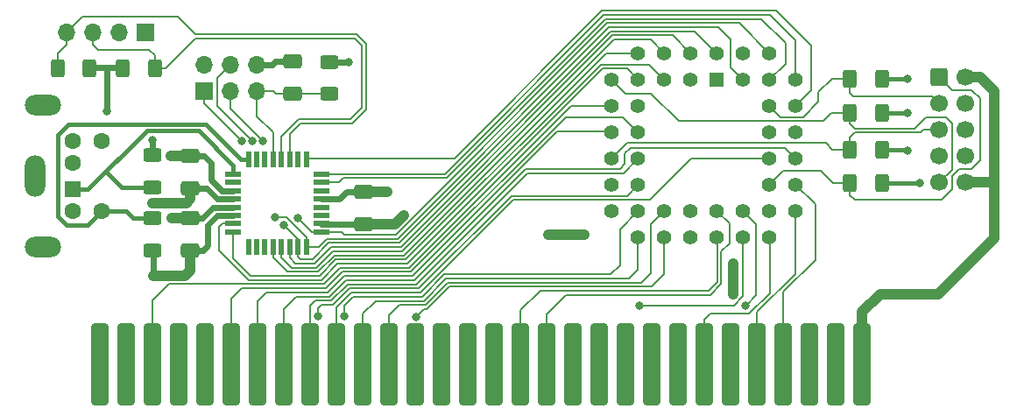
<source format=gtl>
G04 #@! TF.GenerationSoftware,KiCad,Pcbnew,7.0.10-148-g62bb553460*
G04 #@! TF.CreationDate,2024-02-04T12:13:55+03:00*
G04 #@! TF.ProjectId,ZX_BUS_Mouse,5a585f42-5553-45f4-9d6f-7573652e6b69,rev?*
G04 #@! TF.SameCoordinates,Original*
G04 #@! TF.FileFunction,Copper,L1,Top*
G04 #@! TF.FilePolarity,Positive*
%FSLAX46Y46*%
G04 Gerber Fmt 4.6, Leading zero omitted, Abs format (unit mm)*
G04 Created by KiCad (PCBNEW 7.0.10-148-g62bb553460) date 2024-02-04 12:13:55*
%MOMM*%
%LPD*%
G01*
G04 APERTURE LIST*
G04 Aperture macros list*
%AMRoundRect*
0 Rectangle with rounded corners*
0 $1 Rounding radius*
0 $2 $3 $4 $5 $6 $7 $8 $9 X,Y pos of 4 corners*
0 Add a 4 corners polygon primitive as box body*
4,1,4,$2,$3,$4,$5,$6,$7,$8,$9,$2,$3,0*
0 Add four circle primitives for the rounded corners*
1,1,$1+$1,$2,$3*
1,1,$1+$1,$4,$5*
1,1,$1+$1,$6,$7*
1,1,$1+$1,$8,$9*
0 Add four rect primitives between the rounded corners*
20,1,$1+$1,$2,$3,$4,$5,0*
20,1,$1+$1,$4,$5,$6,$7,0*
20,1,$1+$1,$6,$7,$8,$9,0*
20,1,$1+$1,$8,$9,$2,$3,0*%
G04 Aperture macros list end*
G04 #@! TA.AperFunction,SMDPad,CuDef*
%ADD10RoundRect,0.250000X0.650000X-0.412500X0.650000X0.412500X-0.650000X0.412500X-0.650000X-0.412500X0*%
G04 #@! TD*
G04 #@! TA.AperFunction,SMDPad,CuDef*
%ADD11RoundRect,0.250000X-0.400000X-0.625000X0.400000X-0.625000X0.400000X0.625000X-0.400000X0.625000X0*%
G04 #@! TD*
G04 #@! TA.AperFunction,SMDPad,CuDef*
%ADD12RoundRect,0.250000X-0.625000X0.400000X-0.625000X-0.400000X0.625000X-0.400000X0.625000X0.400000X0*%
G04 #@! TD*
G04 #@! TA.AperFunction,SMDPad,CuDef*
%ADD13RoundRect,0.425000X0.425000X-3.575000X0.425000X3.575000X-0.425000X3.575000X-0.425000X-3.575000X0*%
G04 #@! TD*
G04 #@! TA.AperFunction,SMDPad,CuDef*
%ADD14RoundRect,0.250000X0.400000X0.625000X-0.400000X0.625000X-0.400000X-0.625000X0.400000X-0.625000X0*%
G04 #@! TD*
G04 #@! TA.AperFunction,ComponentPad*
%ADD15R,1.600000X1.600000*%
G04 #@! TD*
G04 #@! TA.AperFunction,ComponentPad*
%ADD16C,1.600000*%
G04 #@! TD*
G04 #@! TA.AperFunction,ComponentPad*
%ADD17O,3.500000X2.000000*%
G04 #@! TD*
G04 #@! TA.AperFunction,ComponentPad*
%ADD18O,2.000000X4.000000*%
G04 #@! TD*
G04 #@! TA.AperFunction,ComponentPad*
%ADD19R,1.700000X1.700000*%
G04 #@! TD*
G04 #@! TA.AperFunction,ComponentPad*
%ADD20O,1.700000X1.700000*%
G04 #@! TD*
G04 #@! TA.AperFunction,SMDPad,CuDef*
%ADD21RoundRect,0.250000X-0.650000X0.412500X-0.650000X-0.412500X0.650000X-0.412500X0.650000X0.412500X0*%
G04 #@! TD*
G04 #@! TA.AperFunction,ComponentPad*
%ADD22R,1.422400X1.422400*%
G04 #@! TD*
G04 #@! TA.AperFunction,ComponentPad*
%ADD23C,1.422400*%
G04 #@! TD*
G04 #@! TA.AperFunction,SMDPad,CuDef*
%ADD24R,1.600000X0.550000*%
G04 #@! TD*
G04 #@! TA.AperFunction,SMDPad,CuDef*
%ADD25R,0.550000X1.600000*%
G04 #@! TD*
G04 #@! TA.AperFunction,SMDPad,CuDef*
%ADD26RoundRect,0.250000X0.625000X-0.400000X0.625000X0.400000X-0.625000X0.400000X-0.625000X-0.400000X0*%
G04 #@! TD*
G04 #@! TA.AperFunction,ComponentPad*
%ADD27RoundRect,0.250000X-0.600000X-0.600000X0.600000X-0.600000X0.600000X0.600000X-0.600000X0.600000X0*%
G04 #@! TD*
G04 #@! TA.AperFunction,ComponentPad*
%ADD28C,1.700000*%
G04 #@! TD*
G04 #@! TA.AperFunction,ViaPad*
%ADD29C,0.800000*%
G04 #@! TD*
G04 #@! TA.AperFunction,Conductor*
%ADD30C,1.000000*%
G04 #@! TD*
G04 #@! TA.AperFunction,Conductor*
%ADD31C,0.600000*%
G04 #@! TD*
G04 #@! TA.AperFunction,Conductor*
%ADD32C,0.400000*%
G04 #@! TD*
G04 #@! TA.AperFunction,Conductor*
%ADD33C,0.200000*%
G04 #@! TD*
G04 #@! TA.AperFunction,Conductor*
%ADD34C,0.250000*%
G04 #@! TD*
G04 APERTURE END LIST*
D10*
X62700000Y-133962500D03*
X62700000Y-130837500D03*
X62700000Y-127950000D03*
X62700000Y-124825000D03*
D11*
X126450000Y-120700000D03*
X129550000Y-120700000D03*
D12*
X59000000Y-130900000D03*
X59000000Y-134000000D03*
D13*
X53975000Y-145034000D03*
X56515000Y-145034000D03*
X59055000Y-145034000D03*
X61595000Y-145034000D03*
X64135000Y-145034000D03*
X66675000Y-145034000D03*
X69215000Y-145034000D03*
X71755000Y-145034000D03*
X74295000Y-145034000D03*
X76835000Y-145034000D03*
X79375000Y-145034000D03*
X81915000Y-145034000D03*
X84455000Y-145034000D03*
X86995000Y-145034000D03*
X89535000Y-145034000D03*
X92075000Y-145034000D03*
X94615000Y-145034000D03*
X97155000Y-145034000D03*
X99695000Y-145034000D03*
X102235000Y-145034000D03*
X104775000Y-145034000D03*
X107315000Y-145034000D03*
X109855000Y-145034000D03*
X112395000Y-145034000D03*
X114935000Y-145034000D03*
X117475000Y-145034000D03*
X120015000Y-145034000D03*
X122555000Y-145034000D03*
X125095000Y-145034000D03*
X127635000Y-145034000D03*
D10*
X79400000Y-131425000D03*
X79400000Y-128300000D03*
D14*
X52950000Y-116400000D03*
X49850000Y-116400000D03*
D15*
X51300000Y-128100000D03*
D16*
X51300000Y-125500000D03*
X51300000Y-130200000D03*
X51300000Y-123400000D03*
X54100000Y-130200000D03*
X54100000Y-123400000D03*
D17*
X48450000Y-119950000D03*
D18*
X47650000Y-126800000D03*
D17*
X48450000Y-133650000D03*
D19*
X58340000Y-112900000D03*
D20*
X55800000Y-112900000D03*
X53260000Y-112900000D03*
X50720000Y-112900000D03*
D11*
X126450000Y-124218750D03*
X129550000Y-124218750D03*
X56150000Y-116400000D03*
X59250000Y-116400000D03*
D21*
X72600000Y-115737500D03*
X72600000Y-118862500D03*
D22*
X113570000Y-117468750D03*
D23*
X111030000Y-114928750D03*
X111030000Y-117468750D03*
X108490000Y-114928750D03*
X108490000Y-117468750D03*
X105950000Y-114928750D03*
X103410000Y-117468750D03*
X105950000Y-117468750D03*
X103410000Y-120008750D03*
X105950000Y-120008750D03*
X103410000Y-122548750D03*
X105950000Y-122548750D03*
X103410000Y-125088750D03*
X105950000Y-125088750D03*
X103410000Y-127628750D03*
X105950000Y-127628750D03*
X103410000Y-130168750D03*
X105950000Y-132708750D03*
X105950000Y-130168750D03*
X108490000Y-132708750D03*
X108490000Y-130168750D03*
X111030000Y-132708750D03*
X111030000Y-130168750D03*
X113570000Y-132708750D03*
X113570000Y-130168750D03*
X116110000Y-132708750D03*
X116110000Y-130168750D03*
X118650000Y-132708750D03*
X121190000Y-130168750D03*
X118650000Y-130168750D03*
X121190000Y-127628750D03*
X118650000Y-127628750D03*
X121190000Y-125088750D03*
X118650000Y-125088750D03*
X121190000Y-122548750D03*
X118650000Y-122548750D03*
X121190000Y-120008750D03*
X118650000Y-120008750D03*
X121190000Y-117468750D03*
X118650000Y-114928750D03*
X118650000Y-117468750D03*
X116110000Y-114928750D03*
X116110000Y-117468750D03*
X113570000Y-114928750D03*
D19*
X64025000Y-118575000D03*
D20*
X64025000Y-116035000D03*
X66565000Y-118575000D03*
X66565000Y-116035000D03*
X69105000Y-118575000D03*
X69105000Y-116035000D03*
D24*
X66850000Y-126600000D03*
X66850000Y-127400000D03*
X66850000Y-128200000D03*
X66850000Y-129000000D03*
X66850000Y-129800000D03*
X66850000Y-130600000D03*
X66850000Y-131400000D03*
X66850000Y-132200000D03*
D25*
X68300000Y-133650000D03*
X69100000Y-133650000D03*
X69900000Y-133650000D03*
X70700000Y-133650000D03*
X71500000Y-133650000D03*
X72300000Y-133650000D03*
X73100000Y-133650000D03*
X73900000Y-133650000D03*
D24*
X75350000Y-132200000D03*
X75350000Y-131400000D03*
X75350000Y-130600000D03*
X75350000Y-129800000D03*
X75350000Y-129000000D03*
X75350000Y-128200000D03*
X75350000Y-127400000D03*
X75350000Y-126600000D03*
D25*
X73900000Y-125150000D03*
X73100000Y-125150000D03*
X72300000Y-125150000D03*
X71500000Y-125150000D03*
X70700000Y-125150000D03*
X69900000Y-125150000D03*
X69100000Y-125150000D03*
X68300000Y-125150000D03*
D11*
X126450000Y-127500000D03*
X129550000Y-127500000D03*
D12*
X76100000Y-115750000D03*
X76100000Y-118850000D03*
D11*
X126450000Y-117400000D03*
X129550000Y-117400000D03*
D26*
X59000000Y-127900000D03*
X59000000Y-124800000D03*
D27*
X135060000Y-117258750D03*
D28*
X137600000Y-117258750D03*
X135060000Y-119798750D03*
X137600000Y-119798750D03*
X135060000Y-122338750D03*
X137600000Y-122338750D03*
X135060000Y-124878750D03*
X137600000Y-124878750D03*
X135060000Y-127418750D03*
X137600000Y-127418750D03*
D29*
X81700000Y-128300000D03*
X115200000Y-135300000D03*
X133200000Y-127500000D03*
X60850000Y-130850000D03*
X100800000Y-132500000D03*
X60825000Y-124825000D03*
X97300000Y-132500000D03*
X115200000Y-138200000D03*
X74995000Y-140318750D03*
X77535000Y-140318750D03*
X84500000Y-140400000D03*
X106100000Y-139300000D03*
X116360660Y-139300000D03*
X54600000Y-120500000D03*
X59055000Y-129400000D03*
X59105000Y-136450000D03*
X77950000Y-115750000D03*
X83282844Y-130582844D03*
X59055000Y-123300000D03*
X132000000Y-124300000D03*
X132000000Y-120700000D03*
X132000000Y-117400000D03*
X67701125Y-123447541D03*
X70905025Y-130794975D03*
X73100000Y-130900000D03*
X69700000Y-123400000D03*
X71700000Y-131500000D03*
X68699997Y-123400000D03*
D30*
X60850000Y-130850000D02*
X62700000Y-130850000D01*
X129350000Y-138200000D02*
X135000000Y-138200000D01*
X139058750Y-117258750D02*
X137600000Y-117258750D01*
D31*
X79400000Y-128300000D02*
X77800000Y-128300000D01*
X70900000Y-115737500D02*
X72600000Y-115737500D01*
D32*
X129550000Y-127500000D02*
X133200000Y-127500000D01*
D30*
X127635000Y-145034000D02*
X127635000Y-139915000D01*
X140400000Y-132800000D02*
X140400000Y-118600000D01*
D31*
X69105000Y-116035000D02*
X70602500Y-116035000D01*
D30*
X137600000Y-127418750D02*
X140281250Y-127418750D01*
X100800000Y-132500000D02*
X97300000Y-132500000D01*
D31*
X64900000Y-129800000D02*
X66850000Y-129800000D01*
X66850000Y-128200000D02*
X65725000Y-128200000D01*
D30*
X127635000Y-139915000D02*
X129350000Y-138200000D01*
D31*
X65725000Y-128200000D02*
X64700000Y-127175000D01*
X62700000Y-130850000D02*
X63850000Y-130850000D01*
X64700000Y-127175000D02*
X64700000Y-125500000D01*
X63850000Y-130850000D02*
X64900000Y-129800000D01*
D30*
X115200000Y-135300000D02*
X115200000Y-138200000D01*
D31*
X70602500Y-116035000D02*
X70900000Y-115737500D01*
D30*
X60825000Y-124825000D02*
X62700000Y-124825000D01*
D31*
X77800000Y-128300000D02*
X77100000Y-129000000D01*
X64025000Y-124825000D02*
X62700000Y-124825000D01*
D30*
X79400000Y-128300000D02*
X81700000Y-128300000D01*
X140400000Y-118600000D02*
X139058750Y-117258750D01*
D31*
X64700000Y-125500000D02*
X64025000Y-124825000D01*
X77100000Y-129000000D02*
X75350000Y-129000000D01*
D30*
X135000000Y-138200000D02*
X140400000Y-132800000D01*
D33*
X70675000Y-118575000D02*
X70962500Y-118862500D01*
X69105000Y-118575000D02*
X70675000Y-118575000D01*
X70962500Y-118862500D02*
X72600000Y-118862500D01*
X72600000Y-118862500D02*
X75487500Y-118862500D01*
X70700000Y-122600000D02*
X69105000Y-121005000D01*
X69105000Y-121005000D02*
X69105000Y-118575000D01*
X70700000Y-125150000D02*
X70700000Y-122600000D01*
X93700000Y-128700000D02*
X104878750Y-128700000D01*
X76447055Y-139250002D02*
X78034557Y-137662500D01*
X78034557Y-137662500D02*
X84737500Y-137662500D01*
X75349998Y-139250002D02*
X76447055Y-139250002D01*
X104878750Y-128700000D02*
X105950000Y-127628750D01*
X74995000Y-140318750D02*
X74995000Y-139605000D01*
X84737500Y-137662500D02*
X93700000Y-128700000D01*
X74995000Y-139605000D02*
X75349998Y-139250002D01*
X87231372Y-136300000D02*
X103300000Y-136300000D01*
X77535000Y-139365000D02*
X78437500Y-138462500D01*
X104200000Y-131918750D02*
X105950000Y-130168750D01*
X78437500Y-138462500D02*
X85068872Y-138462500D01*
X77535000Y-140318750D02*
X77535000Y-139365000D01*
X104200000Y-135400000D02*
X104200000Y-131918750D01*
X85068872Y-138462500D02*
X87231372Y-136300000D01*
X103300000Y-136300000D02*
X104200000Y-135400000D01*
X108490000Y-136310000D02*
X108490000Y-132708750D01*
X107300000Y-137500000D02*
X108490000Y-136310000D01*
X84500000Y-140400000D02*
X85237500Y-139662500D01*
X85237500Y-139662500D02*
X85565930Y-139662500D01*
X85565930Y-139662500D02*
X87728430Y-137500000D01*
X87728430Y-137500000D02*
X107300000Y-137500000D01*
X116100000Y-138431371D02*
X116100000Y-132718750D01*
X106100000Y-139300000D02*
X115231371Y-139300000D01*
X115231371Y-139300000D02*
X116100000Y-138431371D01*
X116400000Y-139300000D02*
X117400000Y-138300000D01*
X116360660Y-139300000D02*
X116400000Y-139300000D01*
X117400000Y-138300000D02*
X117400000Y-131458750D01*
X117400000Y-131458750D02*
X116110000Y-130168750D01*
X77171814Y-135662500D02*
X83860046Y-135662500D01*
X59055000Y-145034000D02*
X59055000Y-138845000D01*
X75584314Y-137250000D02*
X77171814Y-135662500D01*
X83860046Y-135662500D02*
X99513796Y-120008750D01*
X59055000Y-138845000D02*
X60650000Y-137250000D01*
X60650000Y-137250000D02*
X75584314Y-137250000D01*
X99513796Y-120008750D02*
X103410000Y-120008750D01*
X75784312Y-137650002D02*
X77371814Y-136062500D01*
X66675000Y-138625000D02*
X67649998Y-137650002D01*
X104501250Y-121100000D02*
X105950000Y-122548750D01*
X67649998Y-137650002D02*
X75784312Y-137650002D01*
X77371814Y-136062500D02*
X84025732Y-136062500D01*
X66675000Y-145034000D02*
X66675000Y-138625000D01*
X98988232Y-121100000D02*
X104501250Y-121100000D01*
X84025732Y-136062500D02*
X98988232Y-121100000D01*
X75949998Y-138050002D02*
X77537500Y-136462500D01*
X69215000Y-145034000D02*
X69215000Y-138885000D01*
X84191418Y-136462500D02*
X98153918Y-122500000D01*
X70049998Y-138050002D02*
X75949998Y-138050002D01*
X77537500Y-136462500D02*
X84191418Y-136462500D01*
X69215000Y-138885000D02*
X70049998Y-138050002D01*
X98153918Y-122500000D02*
X103361250Y-122500000D01*
X104700000Y-125600000D02*
X104700000Y-124600000D01*
X104700000Y-124600000D02*
X105222450Y-124077550D01*
X71755000Y-139645000D02*
X72949998Y-138450002D01*
X84357104Y-136862500D02*
X95119604Y-126100000D01*
X76115684Y-138450002D02*
X77703186Y-136862500D01*
X105222450Y-124077550D02*
X120178800Y-124077550D01*
X120178800Y-124077550D02*
X121190000Y-125088750D01*
X77703186Y-136862500D02*
X84357104Y-136862500D01*
X104200000Y-126100000D02*
X104700000Y-125600000D01*
X71755000Y-145034000D02*
X71755000Y-139645000D01*
X72949998Y-138450002D02*
X76115684Y-138450002D01*
X95119604Y-126100000D02*
X104200000Y-126100000D01*
X84537500Y-137262500D02*
X95300000Y-126500000D01*
X95300000Y-126500000D02*
X104538750Y-126500000D01*
X74295000Y-145034000D02*
X74295000Y-139305000D01*
X77868872Y-137262500D02*
X84537500Y-137262500D01*
X76281370Y-138850002D02*
X77868872Y-137262500D01*
X74749998Y-138850002D02*
X76281370Y-138850002D01*
X74295000Y-139305000D02*
X74749998Y-138850002D01*
X104538750Y-126500000D02*
X105950000Y-125088750D01*
X93865686Y-129100000D02*
X107100000Y-129100000D01*
X84903186Y-138062500D02*
X93865686Y-129100000D01*
X76835000Y-145034000D02*
X76835000Y-139499314D01*
X111100000Y-125100000D02*
X118638750Y-125100000D01*
X107100000Y-129100000D02*
X111100000Y-125100000D01*
X76835000Y-139499314D02*
X78271814Y-138062500D01*
X78271814Y-138062500D02*
X84903186Y-138062500D01*
X87397058Y-136700000D02*
X105100000Y-136700000D01*
X79375000Y-145034000D02*
X79375000Y-140125000D01*
X79375000Y-140125000D02*
X80637500Y-138862500D01*
X80637500Y-138862500D02*
X85234558Y-138862500D01*
X105100000Y-136700000D02*
X105950000Y-135850000D01*
X85234558Y-138862500D02*
X87397058Y-136700000D01*
X105950000Y-135850000D02*
X105950000Y-132708750D01*
X82937500Y-139262500D02*
X85400244Y-139262500D01*
X81915000Y-145034000D02*
X81915000Y-140285000D01*
X106300000Y-137100000D02*
X107200000Y-136200000D01*
X85400244Y-139262500D02*
X87562744Y-137100000D01*
X81915000Y-140285000D02*
X82937500Y-139262500D01*
X87562744Y-137100000D02*
X106300000Y-137100000D01*
X107200000Y-136200000D02*
X107200000Y-131458750D01*
X107200000Y-131458750D02*
X108490000Y-130168750D01*
X113600000Y-137065685D02*
X113600000Y-132738750D01*
X96500000Y-137900000D02*
X112765685Y-137900000D01*
X94615000Y-145034000D02*
X94615000Y-139785000D01*
X94615000Y-139785000D02*
X96500000Y-137900000D01*
X112765685Y-137900000D02*
X113600000Y-137065685D01*
X99000000Y-138300000D02*
X112931371Y-138300000D01*
X112931371Y-138300000D02*
X114000000Y-137231370D01*
X114800000Y-133300000D02*
X114800000Y-131398750D01*
X114000000Y-134100000D02*
X114800000Y-133300000D01*
X114000000Y-137231370D02*
X114000000Y-134100000D01*
X97155000Y-145034000D02*
X97155000Y-140145000D01*
X114800000Y-131398750D02*
X113570000Y-130168750D01*
X97155000Y-140145000D02*
X99000000Y-138300000D01*
X116700000Y-140100000D02*
X118700000Y-138100000D01*
X113000000Y-140100000D02*
X116700000Y-140100000D01*
X112395000Y-145034000D02*
X112395000Y-140705000D01*
X112395000Y-140705000D02*
X113000000Y-140100000D01*
X118700000Y-138100000D02*
X118700000Y-132758750D01*
X117475000Y-139959314D02*
X121190000Y-136244314D01*
X121190000Y-136244314D02*
X121190000Y-130168750D01*
X117475000Y-145034000D02*
X117475000Y-139959314D01*
X120015000Y-137985000D02*
X123100000Y-134900000D01*
X120015000Y-145034000D02*
X120015000Y-137985000D01*
X123100000Y-129538750D02*
X121190000Y-127628750D01*
X123100000Y-134900000D02*
X123100000Y-129538750D01*
D31*
X59100000Y-136445000D02*
X59100000Y-134100000D01*
X56050000Y-116300000D02*
X56150000Y-116400000D01*
X59105000Y-136450000D02*
X59100000Y-136445000D01*
X62700000Y-133975000D02*
X63925000Y-133975000D01*
X77950000Y-115750000D02*
X76100000Y-115750000D01*
X65300000Y-129000000D02*
X66850000Y-129000000D01*
D30*
X59105000Y-136450000D02*
X62150000Y-136450000D01*
D31*
X64400000Y-133500000D02*
X64400000Y-131500000D01*
X64400000Y-131500000D02*
X65300000Y-130600000D01*
X54600000Y-116300000D02*
X54600000Y-120500000D01*
X53050000Y-116300000D02*
X54600000Y-116300000D01*
X79400000Y-131425000D02*
X75375000Y-131425000D01*
D30*
X82440688Y-131425000D02*
X83282844Y-130582844D01*
D31*
X63925000Y-133975000D02*
X64400000Y-133500000D01*
D30*
X59055000Y-129400000D02*
X62300000Y-129400000D01*
D31*
X62700000Y-127950000D02*
X64250000Y-127950000D01*
D32*
X75375000Y-131425000D02*
X75350000Y-131400000D01*
D31*
X65300000Y-130600000D02*
X66850000Y-130600000D01*
X54600000Y-116300000D02*
X56050000Y-116300000D01*
D30*
X62700000Y-129000000D02*
X62700000Y-127950000D01*
X62300000Y-129400000D02*
X62700000Y-129000000D01*
X62150000Y-136450000D02*
X62700000Y-135900000D01*
D31*
X59100000Y-134100000D02*
X59000000Y-134000000D01*
D30*
X79400000Y-131425000D02*
X82440688Y-131425000D01*
D31*
X59055000Y-123300000D02*
X59055000Y-124745000D01*
D30*
X62700000Y-135900000D02*
X62700000Y-133975000D01*
D31*
X64250000Y-127950000D02*
X65300000Y-129000000D01*
X52950000Y-116400000D02*
X53050000Y-116300000D01*
D32*
X132000000Y-117400000D02*
X129550000Y-117400000D01*
X131918750Y-124218750D02*
X129550000Y-124218750D01*
X129550000Y-120718750D02*
X131981250Y-120718750D01*
X132000000Y-124300000D02*
X131918750Y-124218750D01*
X131981250Y-120718750D02*
X132000000Y-120700000D01*
X52800000Y-128100000D02*
X58500000Y-122400000D01*
X58500000Y-122400000D02*
X63500000Y-122400000D01*
X56100000Y-127900000D02*
X54550000Y-126350000D01*
X59000000Y-127900000D02*
X56100000Y-127900000D01*
X63500000Y-122400000D02*
X66850000Y-125750000D01*
X66850000Y-125750000D02*
X66850000Y-126600000D01*
X52800000Y-128100000D02*
X51300000Y-128100000D01*
X54100000Y-130200000D02*
X56500000Y-130200000D01*
X64200000Y-121800000D02*
X50900000Y-121800000D01*
X67550000Y-125150000D02*
X64200000Y-121800000D01*
X57200000Y-130900000D02*
X59000000Y-130900000D01*
X68300000Y-125150000D02*
X67550000Y-125150000D01*
X49900000Y-122800000D02*
X49900000Y-130700000D01*
X50700000Y-131500000D02*
X52800000Y-131500000D01*
X52800000Y-131500000D02*
X54100000Y-130200000D01*
X56500000Y-130200000D02*
X57200000Y-130900000D01*
X50900000Y-121800000D02*
X49900000Y-122800000D01*
X49900000Y-130700000D02*
X50700000Y-131500000D01*
D33*
X114900000Y-116258750D02*
X116110000Y-117468750D01*
X67701125Y-123447541D02*
X67678913Y-123447541D01*
X103162746Y-112400000D02*
X113700000Y-112400000D01*
X70905025Y-130794975D02*
X70910050Y-130800000D01*
X113700000Y-112400000D02*
X114900000Y-113600000D01*
X71989950Y-130800000D02*
X73900000Y-132710050D01*
X64025000Y-119793628D02*
X64025000Y-118575000D01*
X75896814Y-132862500D02*
X82700244Y-132862500D01*
X82700244Y-132862500D02*
X103162746Y-112400000D01*
X114900000Y-113600000D02*
X114900000Y-116258750D01*
D34*
X73900000Y-133650000D02*
X73975000Y-133650000D01*
D33*
X67678913Y-123447541D02*
X64025000Y-119793628D01*
X75109314Y-133650000D02*
X75896814Y-132862500D01*
X70910050Y-130800000D02*
X71989950Y-130800000D01*
X73900000Y-132710050D02*
X73900000Y-133650000D01*
X73975000Y-133650000D02*
X75109314Y-133650000D01*
X73100000Y-130900000D02*
X74400000Y-132200000D01*
X115721250Y-112000000D02*
X118650000Y-114928750D01*
X75350000Y-132200000D02*
X77300000Y-132200000D01*
X82534558Y-132462500D02*
X102997061Y-112000000D01*
X66565000Y-120265000D02*
X66565000Y-118575000D01*
X102997061Y-112000000D02*
X115721250Y-112000000D01*
X77562500Y-132462500D02*
X82534558Y-132462500D01*
X74400000Y-132200000D02*
X75350000Y-132200000D01*
X69700000Y-123400000D02*
X66565000Y-120265000D01*
X77300000Y-132200000D02*
X77562500Y-132462500D01*
D34*
X75350000Y-132200000D02*
X75450000Y-132300000D01*
D33*
X73100000Y-132900000D02*
X73100000Y-133650000D01*
X65300000Y-120000003D02*
X68699997Y-123400000D01*
X103328431Y-112800000D02*
X111441250Y-112800000D01*
X73100000Y-133650000D02*
X73100000Y-134625000D01*
X71700000Y-131500000D02*
X73100000Y-132900000D01*
X111441250Y-112800000D02*
X113570000Y-114928750D01*
X82865930Y-133262500D02*
X103328431Y-112800000D01*
X76062500Y-133262500D02*
X82865930Y-133262500D01*
X74500000Y-134825000D02*
X76062500Y-133262500D01*
X73100000Y-134625000D02*
X73300000Y-134825000D01*
X73300000Y-134825000D02*
X74500000Y-134825000D01*
X65300000Y-117300000D02*
X65300000Y-120000003D01*
X66565000Y-116035000D02*
X65300000Y-117300000D01*
X119978750Y-126300000D02*
X118650000Y-127628750D01*
X126450000Y-128650000D02*
X126450000Y-127500000D01*
X136300000Y-126800000D02*
X136300000Y-128100000D01*
X136300000Y-128100000D02*
X135300000Y-129100000D01*
X126900000Y-129100000D02*
X126450000Y-128650000D01*
X124800000Y-127500000D02*
X123600000Y-126300000D01*
X139000000Y-125300000D02*
X138200000Y-126100000D01*
X126450000Y-127500000D02*
X124800000Y-127500000D01*
X135060000Y-117258750D02*
X136301250Y-118500000D01*
X138200000Y-126100000D02*
X137000000Y-126100000D01*
X138200000Y-118500000D02*
X139000000Y-119300000D01*
X137000000Y-126100000D02*
X136300000Y-126800000D01*
X123600000Y-126300000D02*
X119978750Y-126300000D01*
X135300000Y-129100000D02*
X126900000Y-129100000D01*
X136301250Y-118500000D02*
X138200000Y-118500000D01*
X139000000Y-119300000D02*
X139000000Y-125300000D01*
X126450000Y-118750000D02*
X126450000Y-117400000D01*
X134361250Y-119100000D02*
X126800000Y-119100000D01*
X119741250Y-121100000D02*
X118650000Y-120008750D01*
X121900000Y-121100000D02*
X119741250Y-121100000D01*
X123400000Y-118700000D02*
X123400000Y-119600000D01*
X123400000Y-119600000D02*
X121900000Y-121100000D01*
X126800000Y-119100000D02*
X126450000Y-118750000D01*
X135060000Y-119798750D02*
X134361250Y-119100000D01*
X124700000Y-117400000D02*
X123400000Y-118700000D01*
X126450000Y-117400000D02*
X124700000Y-117400000D01*
X133561250Y-122338750D02*
X133300000Y-122600000D01*
X104898750Y-123600000D02*
X103410000Y-125088750D01*
X126950000Y-122600000D02*
X126450000Y-123100000D01*
X124759375Y-124218750D02*
X124140625Y-123600000D01*
X126450000Y-124218750D02*
X124759375Y-124218750D01*
X124140625Y-123600000D02*
X104898750Y-123600000D01*
X135060000Y-122338750D02*
X133561250Y-122338750D01*
X126450000Y-123100000D02*
X126450000Y-124218750D01*
X133300000Y-122600000D02*
X126950000Y-122600000D01*
X126950000Y-122200000D02*
X126450000Y-121700000D01*
X123900000Y-121500000D02*
X109900000Y-121500000D01*
X136300000Y-121700000D02*
X135700000Y-121100000D01*
X135060000Y-127418750D02*
X136300000Y-126178750D01*
X136300000Y-126178750D02*
X136300000Y-121700000D01*
X135700000Y-121100000D02*
X133758750Y-121100000D01*
X109900000Y-121500000D02*
X107200000Y-118800000D01*
X132658750Y-122200000D02*
X126950000Y-122200000D01*
X126450000Y-120718750D02*
X124681250Y-120718750D01*
X133758750Y-121100000D02*
X132658750Y-122200000D01*
X124681250Y-120718750D02*
X123900000Y-121500000D01*
X104741250Y-118800000D02*
X103410000Y-117468750D01*
X107200000Y-118800000D02*
X104741250Y-118800000D01*
X126450000Y-121700000D02*
X126450000Y-120718750D01*
X65500000Y-131700000D02*
X65500000Y-134000000D01*
X83694360Y-135262500D02*
X102556860Y-116400000D01*
X68350000Y-136850000D02*
X75338784Y-136850000D01*
X104881250Y-116400000D02*
X105950000Y-117468750D01*
X66850000Y-131400000D02*
X65800000Y-131400000D01*
X65800000Y-131400000D02*
X65500000Y-131700000D01*
X76926284Y-135262500D02*
X83694360Y-135262500D01*
X75338784Y-136850000D02*
X76926284Y-135262500D01*
X102556860Y-116400000D02*
X104881250Y-116400000D01*
X65500000Y-134000000D02*
X68350000Y-136850000D01*
X83528674Y-134862500D02*
X102391174Y-116000000D01*
X75173098Y-136450000D02*
X76760598Y-134862500D01*
X66850000Y-134784314D02*
X68515686Y-136450000D01*
X107021250Y-116000000D02*
X108490000Y-117468750D01*
X66850000Y-132200000D02*
X66850000Y-134784314D01*
X102391174Y-116000000D02*
X107021250Y-116000000D01*
X76760598Y-134862500D02*
X83528674Y-134862500D01*
X68515686Y-136450000D02*
X75173098Y-136450000D01*
X72050000Y-136050000D02*
X75007412Y-136050000D01*
X83362988Y-134462500D02*
X102896738Y-114928750D01*
X75007412Y-136050000D02*
X76594912Y-134462500D01*
X70700000Y-134700000D02*
X72050000Y-136050000D01*
X102896738Y-114928750D02*
X105950000Y-114928750D01*
X70700000Y-133650000D02*
X70700000Y-134700000D01*
X76594912Y-134462500D02*
X83362988Y-134462500D01*
X72450000Y-135650000D02*
X74841726Y-135650000D01*
X83197302Y-134062500D02*
X103659802Y-113600000D01*
X107161250Y-113600000D02*
X108490000Y-114928750D01*
X74841726Y-135650000D02*
X76429226Y-134062500D01*
X103659802Y-113600000D02*
X107161250Y-113600000D01*
X71500000Y-134700000D02*
X72450000Y-135650000D01*
X71500000Y-133650000D02*
X71500000Y-134700000D01*
X76429226Y-134062500D02*
X83197302Y-134062500D01*
X76263540Y-133662500D02*
X83031616Y-133662500D01*
X72300000Y-133650000D02*
X72300000Y-134700000D01*
X72300000Y-134700000D02*
X72850000Y-135250000D01*
X72850000Y-135250000D02*
X74676040Y-135250000D01*
X109301250Y-113200000D02*
X111030000Y-114928750D01*
X83031616Y-133662500D02*
X103494116Y-113200000D01*
X74676040Y-135250000D02*
X76263540Y-133662500D01*
X103494116Y-113200000D02*
X109301250Y-113200000D01*
X102831371Y-111600000D02*
X117900000Y-111600000D01*
X120200000Y-113900000D02*
X120200000Y-115918750D01*
X87431371Y-127000000D02*
X102831371Y-111600000D01*
X117900000Y-111600000D02*
X120200000Y-113900000D01*
X120200000Y-115918750D02*
X118650000Y-117468750D01*
X75350000Y-127400000D02*
X77100000Y-127400000D01*
X77500000Y-127000000D02*
X87431371Y-127000000D01*
X77100000Y-127400000D02*
X77500000Y-127000000D01*
X87265685Y-126600000D02*
X102665686Y-111200000D01*
X102665686Y-111200000D02*
X118700000Y-111200000D01*
X121190000Y-113690000D02*
X121190000Y-117468750D01*
X75350000Y-126600000D02*
X87265685Y-126600000D01*
X118700000Y-111200000D02*
X121190000Y-113690000D01*
X119322182Y-110800000D02*
X122700000Y-114177818D01*
X88200000Y-125100000D02*
X102500001Y-110800000D01*
X122700000Y-118498750D02*
X121190000Y-120008750D01*
X102500001Y-110800000D02*
X119322182Y-110800000D01*
X122700000Y-114177818D02*
X122700000Y-118498750D01*
X73950000Y-125100000D02*
X88200000Y-125100000D01*
X63200000Y-113100000D02*
X61500000Y-111400000D01*
X73365686Y-121700000D02*
X78365685Y-121700000D01*
X72300000Y-125150000D02*
X72300000Y-122765686D01*
X50720000Y-112900000D02*
X50720000Y-114080000D01*
X78765685Y-113100000D02*
X63200000Y-113100000D01*
X52220000Y-111400000D02*
X50720000Y-112900000D01*
X79700000Y-120365685D02*
X79700000Y-114034314D01*
X49850000Y-114950000D02*
X49850000Y-116400000D01*
X72300000Y-122765686D02*
X73365686Y-121700000D01*
X79700000Y-114034314D02*
X78765685Y-113100000D01*
X50720000Y-114080000D02*
X49850000Y-114950000D01*
X61500000Y-111400000D02*
X52220000Y-111400000D01*
X78365685Y-121700000D02*
X79700000Y-120365685D01*
X78200000Y-121300000D02*
X79300000Y-120200000D01*
X78600000Y-113500000D02*
X63200000Y-113500000D01*
X63200000Y-113500000D02*
X60300000Y-116400000D01*
X53260000Y-112900000D02*
X53260000Y-114060000D01*
X79300000Y-114200000D02*
X78600000Y-113500000D01*
X53800000Y-114600000D02*
X58700000Y-114600000D01*
X73200000Y-121300000D02*
X78200000Y-121300000D01*
X53260000Y-114060000D02*
X53800000Y-114600000D01*
X71500000Y-123000000D02*
X73200000Y-121300000D01*
X59250000Y-115150000D02*
X59250000Y-116400000D01*
X71500000Y-125150000D02*
X71500000Y-123000000D01*
X60300000Y-116400000D02*
X59250000Y-116400000D01*
X58700000Y-114600000D02*
X59250000Y-115150000D01*
X79300000Y-120200000D02*
X79300000Y-114200000D01*
M02*

</source>
